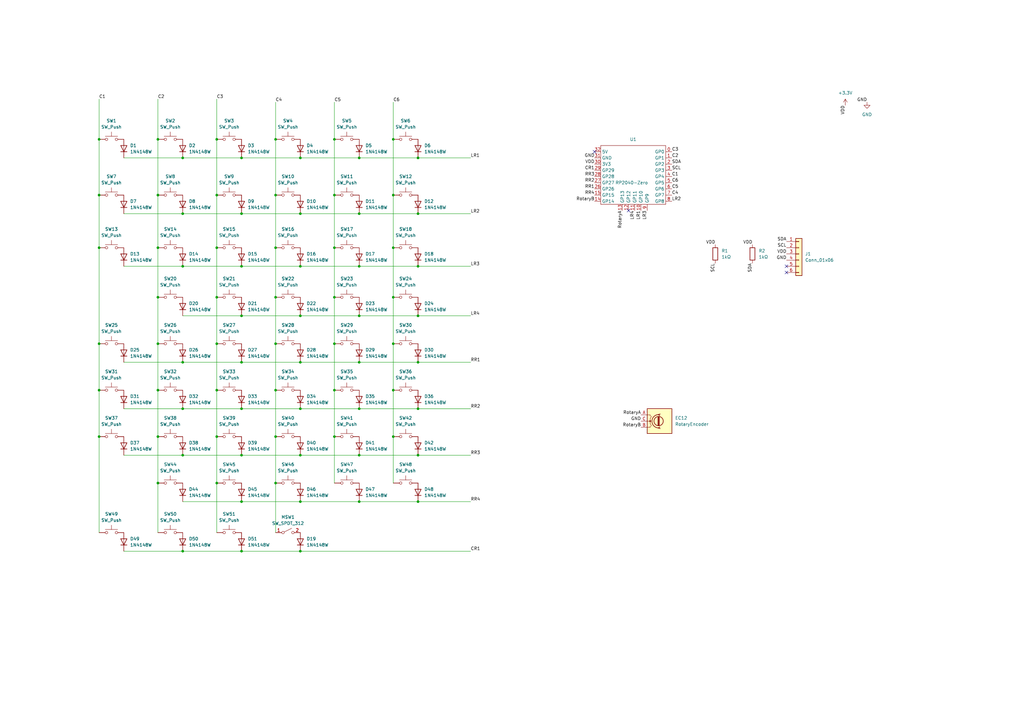
<source format=kicad_sch>
(kicad_sch (version 20231120) (generator "eeschema") (generator_version "8.0")
  (paper "A3")
  (lib_symbols
    (symbol "Connector_Generic:Conn_01x06" (pin_names (offset 1.016) hide)
      (property "Reference" "J" (at 0 7.62 0))
      (property "Value" "Conn_01x06" (at 0 -10.16 0))
      (symbol "Conn_01x06_1_1"
        (rectangle (start -1.27 -7.493) (end 0 -7.747) (stroke (width 0.1524)))
        (rectangle (start -1.27 -4.953) (end 0 -5.207) (stroke (width 0.1524)))
        (rectangle (start -1.27 -2.413) (end 0 -2.667) (stroke (width 0.1524)))
        (rectangle (start -1.27 0.127) (end 0 -0.127) (stroke (width 0.1524)))
        (rectangle (start -1.27 2.667) (end 0 2.413) (stroke (width 0.1524)))
        (rectangle (start -1.27 5.207) (end 0 4.953) (stroke (width 0.1524)))
        (rectangle (start -1.27 6.35) (end 1.27 -8.89) (stroke (width 0.254)) (fill (type background)))
        (pin passive line (at -5.08 5.08 0) (length 3.81) (name "Pin_1") (number "1"))
        (pin passive line (at -5.08 2.54 0) (length 3.81) (name "Pin_2") (number "2"))
        (pin passive line (at -5.08 0 0) (length 3.81) (name "Pin_3") (number "3"))
        (pin passive line (at -5.08 -2.54 0) (length 3.81) (name "Pin_4") (number "4"))
        (pin passive line (at -5.08 -5.08 0) (length 3.81) (name "Pin_5") (number "5"))
        (pin passive line (at -5.08 -7.62 0) (length 3.81) (name "Pin_6") (number "6"))
      )
    )
    (symbol "Device:R" (pin_numbers hide) (pin_names (offset 0))
      (property "Reference" "R" (at 2.032 0 90))
      (property "Value" "R" (at 0 0 90))
      (symbol "R_0_1"
        (rectangle (start -1.016 -2.54) (end 1.016 2.54) (stroke (width 0.254)))
      )
      (symbol "R_1_1"
        (pin passive line (at 0 3.81 270) (length 1.27) (name "~") (number "1"))
        (pin passive line (at 0 -3.81 90) (length 1.27) (name "~") (number "2"))
      )
    )
    (symbol "Device:RotaryEncoder" (pin_names (offset 0.254) hide)
      (property "Reference" "SW" (at 0 6.604 0))
      (property "Value" "RotaryEncoder" (at 0 -6.604 0))
      (symbol "RotaryEncoder_0_1"
        (rectangle (start -5.08 5.08) (end 5.08 -5.08) (stroke (width 0.254)) (fill (type background)))
        (circle (center -3.81 0) (radius 0.254) (fill (type outline)))
        (circle (center -0.381 0) (radius 1.905) (stroke (width 0.254)))
        (arc (start -0.381 2.667) (mid -3.0988 -0.0635) (end -0.381 -2.794) (stroke (width 0.254)))
        (polyline (pts (xy -0.635 -1.778) (xy -0.635 1.778)) (stroke (width 0.254)))
        (polyline (pts (xy -0.381 -1.778) (xy -0.381 1.778)) (stroke (width 0.254)))
        (polyline (pts (xy -0.127 1.778) (xy -0.127 -1.778)) (stroke (width 0.254)))
        (polyline (pts (xy -5.08 -2.54) (xy -3.81 -2.54) (xy -3.81 -2.032)))
        (polyline (pts (xy -5.08 2.54) (xy -3.81 2.54) (xy -3.81 2.032)))
        (polyline (pts (xy 0.254 -3.048) (xy -0.508 -2.794) (xy 0.127 -2.413)) (stroke (width 0.254)))
        (polyline (pts (xy 0.254 2.921) (xy -0.508 2.667) (xy 0.127 2.286)) (stroke (width 0.254)))
        (polyline (pts (xy -5.08 0) (xy -3.81 0) (xy -3.81 -1.016) (xy -3.302 -2.032)))
        (polyline (pts (xy -4.318 0) (xy -3.81 0) (xy -3.81 1.016) (xy -3.302 2.032)))
      )
      (symbol "RotaryEncoder_1_1"
        (pin passive line (at -7.62 2.54 0) (length 2.54) (name "A") (number "A"))
        (pin passive line (at -7.62 -2.54 0) (length 2.54) (name "B") (number "B"))
        (pin passive line (at -7.62 0 0) (length 2.54) (name "C") (number "C"))
      )
    )
    (symbol "Diode:1N4148W" (pin_numbers hide) (pin_names hide)
      (property "Reference" "D" (at 0 2.54 0))
      (property "Value" "1N4148W" (at 0 -2.54 0))
      (symbol "1N4148W_0_1"
        (polyline (pts (xy -1.27 1.27) (xy -1.27 -1.27)) (stroke (width 0.254)))
        (polyline (pts (xy 1.27 0) (xy -1.27 0)))
        (polyline (pts (xy 1.27 1.27) (xy 1.27 -1.27) (xy -1.27 0) (xy 1.27 1.27)) (stroke (width 0.254)))
      )
      (symbol "1N4148W_1_1"
        (pin passive line (at -3.81 0 0) (length 2.54) (name "K") (number "1"))
        (pin passive line (at 3.81 0 180) (length 2.54) (name "A") (number "2"))
      )
    )
    (symbol "Switch:SW_Push" (pin_numbers hide) (pin_names (offset 1.016) hide)
      (property "Reference" "SW" (at 1.27 2.54 0))
      (property "Value" "SW_Push" (at 0 -1.524 0))
      (symbol "SW_Push_0_1"
        (circle (center -2.032 0) (radius 0.508))
        (polyline (pts (xy 0 1.27) (xy 0 3.048)))
        (polyline (pts (xy 2.54 1.27) (xy -2.54 1.27)))
        (circle (center 2.032 0) (radius 0.508))
        (pin passive line (at -5.08 0 0) (length 2.54) (name "1") (number "1"))
        (pin passive line (at 5.08 0 180) (length 2.54) (name "2") (number "2"))
      )
    )
    (symbol "Switch:SW_SPST" (pin_names (offset 0) hide)
      (property "Reference" "SW" (at 0 3.175 0))
      (property "Value" "SW_SPST" (at 0 -2.54 0))
      (symbol "SW_SPST_0_0"
        (circle (center -2.032 0) (radius 0.508))
        (polyline (pts (xy -1.524 0.254) (xy 1.524 1.778)))
        (circle (center 2.032 0) (radius 0.508))
      )
      (symbol "SW_SPST_1_1"
        (pin passive line (at -5.08 0 0) (length 2.54) (name "A") (number "1"))
        (pin passive line (at 5.08 0 180) (length 2.54) (name "B") (number "2"))
      )
    )
    (symbol "keyboard:RP2040-zero"
      (property "Reference" "U" (at 0 0 0))
      (symbol "RP2040-zero_0_1"
        (rectangle (start -13.97 11.43) (end 12.7 -12.7))
      )
      (symbol "RP2040-zero_1_1"
        (pin passive line (at 15.24 8.89 180) (length 2.54) (name "GP0") (number "0"))
        (pin passive line (at 15.24 6.35 180) (length 2.54) (name "GP1") (number "1"))
        (pin passive line (at 2.54 -15.24 90) (length 2.54) (name "GP10") (number "10"))
        (pin passive line (at 0 -15.24 90) (length 2.54) (name "GP11") (number "11"))
        (pin passive line (at -2.54 -15.24 90) (length 2.54) (name "GP12") (number "12"))
        (pin passive line (at -5.08 -15.24 90) (length 2.54) (name "GP13") (number "13"))
        (pin passive line (at -16.51 -11.43 0) (length 2.54) (name "GP14") (number "14"))
        (pin passive line (at -16.51 -8.89 0) (length 2.54) (name "GP15") (number "15"))
        (pin passive line (at 15.24 3.81 180) (length 2.54) (name "GP2") (number "2"))
        (pin passive line (at -16.51 -6.35 0) (length 2.54) (name "GP26") (number "26"))
        (pin passive line (at -16.51 -3.81 0) (length 2.54) (name "GP27") (number "27"))
        (pin passive line (at -16.51 -1.27 0) (length 2.54) (name "GP28") (number "28"))
        (pin passive line (at -16.51 1.27 0) (length 2.54) (name "GP29") (number "29"))
        (pin passive line (at 15.24 1.27 180) (length 2.54) (name "GP3") (number "3"))
        (pin power_out line (at -16.51 3.81 0) (length 2.54) (name "3V3") (number "30"))
        (pin power_out line (at -16.51 6.35 0) (length 2.54) (name "GND") (number "31"))
        (pin power_out line (at -16.51 8.89 0) (length 2.54) (name "5V") (number "32"))
        (pin passive line (at 15.24 -1.27 180) (length 2.54) (name "GP4") (number "4"))
        (pin passive line (at 15.24 -3.81 180) (length 2.54) (name "GP5") (number "5"))
        (pin passive line (at 15.24 -6.35 180) (length 2.54) (name "GP6") (number "6"))
        (pin passive line (at 15.24 -8.89 180) (length 2.54) (name "GP7") (number "7"))
        (pin passive line (at 15.24 -11.43 180) (length 2.54) (name "GP8") (number "8"))
        (pin passive line (at 5.08 -15.24 90) (length 2.54) (name "GP9") (number "9"))
      )
    )
    (symbol "power:+3.3V" (power) (pin_names (offset 0))
      (property "Value" "+3.3V" (at 0 3.556 0))
      (symbol "+3.3V_0_1"
        (polyline (pts (xy -0.762 1.27) (xy 0 2.54)))
        (polyline (pts (xy 0 0) (xy 0 2.54)))
        (polyline (pts (xy 0 2.54) (xy 0.762 1.27)))
      )
      (symbol "+3.3V_1_1"
        (pin power_in line (at 0 0 90) (length 0) hide (name "+3.3V") (number "1"))
      )
    )
    (symbol "power:GND" (power) (pin_names (offset 0))
      (property "Value" "GND" (at 0 -3.81 0))
      (symbol "GND_0_1"
        (polyline (pts (xy 0 0) (xy 0 -1.27) (xy 1.27 -1.27) (xy 0 -2.54) (xy -1.27 -1.27) (xy 0 -1.27)))
      )
      (symbol "GND_1_1"
        (pin power_in line (at 0 0 270) (length 0) hide (name "GND") (number "1"))
      )
    )
  )
  (junction (at 40.64 57.15))
  (junction (at 147.32 205.74))
  (junction (at 147.32 64.77))
  (junction (at 113.03 179.07))
  (junction (at 64.77 179.07))
  (junction (at 99.06 64.77))
  (junction (at 113.03 57.15))
  (junction (at 99.06 226.06))
  (junction (at 88.9 179.07))
  (junction (at 99.06 148.59))
  (junction (at 40.64 160.02))
  (junction (at 123.19 167.64))
  (junction (at 147.32 186.69))
  (junction (at 161.29 160.02))
  (junction (at 99.06 87.63))
  (junction (at 161.29 57.15))
  (junction (at 113.03 160.02))
  (junction (at 40.64 80.01))
  (junction (at 74.93 109.22))
  (junction (at 113.03 198.12))
  (junction (at 74.93 87.63))
  (junction (at 161.29 80.01))
  (junction (at 99.06 167.64))
  (junction (at 74.93 186.69))
  (junction (at 171.45 109.22))
  (junction (at 147.32 129.54))
  (junction (at 161.29 101.6))
  (junction (at 161.29 179.07))
  (junction (at 123.19 87.63))
  (junction (at 99.06 186.69))
  (junction (at 171.45 167.64))
  (junction (at 113.03 121.92))
  (junction (at 123.19 205.74))
  (junction (at 137.16 160.02))
  (junction (at 147.32 109.22))
  (junction (at 147.32 148.59))
  (junction (at 171.45 205.74))
  (junction (at 123.19 226.06))
  (junction (at 74.93 226.06))
  (junction (at 137.16 179.07))
  (junction (at 40.64 101.6))
  (junction (at 137.16 140.97))
  (junction (at 64.77 101.6))
  (junction (at 88.9 57.15))
  (junction (at 64.77 121.92))
  (junction (at 123.19 148.59))
  (junction (at 88.9 121.92))
  (junction (at 99.06 129.54))
  (junction (at 137.16 101.6))
  (junction (at 64.77 57.15))
  (junction (at 137.16 121.92))
  (junction (at 161.29 121.92))
  (junction (at 123.19 186.69))
  (junction (at 88.9 140.97))
  (junction (at 74.93 167.64))
  (junction (at 40.64 140.97))
  (junction (at 74.93 64.77))
  (junction (at 88.9 160.02))
  (junction (at 88.9 101.6))
  (junction (at 64.77 198.12))
  (junction (at 161.29 140.97))
  (junction (at 64.77 140.97))
  (junction (at 113.03 140.97))
  (junction (at 113.03 101.6))
  (junction (at 171.45 87.63))
  (junction (at 64.77 80.01))
  (junction (at 171.45 186.69))
  (junction (at 88.9 198.12))
  (junction (at 88.9 80.01))
  (junction (at 123.19 64.77))
  (junction (at 171.45 129.54))
  (junction (at 147.32 87.63))
  (junction (at 171.45 148.59))
  (junction (at 171.45 64.77))
  (junction (at 40.64 179.07))
  (junction (at 74.93 148.59))
  (junction (at 99.06 109.22))
  (junction (at 123.19 129.54))
  (junction (at 147.32 167.64))
  (junction (at 99.06 205.74))
  (junction (at 123.19 109.22))
  (junction (at 137.16 57.15))
  (junction (at 137.16 80.01))
  (junction (at 113.03 80.01))
  (junction (at 64.77 160.02))
  (no_connect (at 322.58 109.22))
  (no_connect (at 322.58 111.76))
  (no_connect (at 257.81 86.36))
  (no_connect (at 243.84 62.23))
  (wire (pts (xy 147.32 167.64) (xy 171.45 167.64)))
  (wire (pts (xy 64.77 179.07) (xy 64.77 198.12)))
  (wire (pts (xy 88.9 179.07) (xy 88.9 198.12)))
  (wire (pts (xy 50.8 87.63) (xy 74.93 87.63)))
  (wire (pts (xy 137.16 41.91) (xy 137.16 57.15)))
  (wire (pts (xy 171.45 148.59) (xy 193.04 148.59)))
  (wire (pts (xy 88.9 121.92) (xy 88.9 140.97)))
  (wire (pts (xy 40.64 57.15) (xy 40.64 80.01)))
  (wire (pts (xy 147.32 186.69) (xy 171.45 186.69)))
  (wire (pts (xy 161.29 57.15) (xy 161.29 80.01)))
  (wire (pts (xy 137.16 101.6) (xy 137.16 121.92)))
  (wire (pts (xy 171.45 186.69) (xy 193.04 186.69)))
  (wire (pts (xy 64.77 101.6) (xy 64.77 121.92)))
  (wire (pts (xy 64.77 121.92) (xy 64.77 140.97)))
  (wire (pts (xy 161.29 140.97) (xy 161.29 160.02)))
  (wire (pts (xy 171.45 205.74) (xy 193.04 205.74)))
  (wire (pts (xy 74.93 167.64) (xy 99.06 167.64)))
  (wire (pts (xy 99.06 148.59) (xy 123.19 148.59)))
  (wire (pts (xy 74.93 205.74) (xy 99.06 205.74)))
  (wire (pts (xy 50.8 186.69) (xy 74.93 186.69)))
  (wire (pts (xy 113.03 160.02) (xy 113.03 179.07)))
  (wire (pts (xy 113.03 80.01) (xy 113.03 101.6)))
  (wire (pts (xy 113.03 41.91) (xy 113.03 57.15)))
  (wire (pts (xy 137.16 121.92) (xy 137.16 140.97)))
  (wire (pts (xy 171.45 109.22) (xy 193.04 109.22)))
  (wire (pts (xy 88.9 40.64) (xy 88.9 57.15)))
  (wire (pts (xy 113.03 140.97) (xy 113.03 160.02)))
  (wire (pts (xy 123.19 129.54) (xy 147.32 129.54)))
  (wire (pts (xy 74.93 129.54) (xy 99.06 129.54)))
  (wire (pts (xy 99.06 226.06) (xy 123.19 226.06)))
  (wire (pts (xy 137.16 179.07) (xy 137.16 198.12)))
  (wire (pts (xy 147.32 64.77) (xy 171.45 64.77)))
  (wire (pts (xy 40.64 40.64) (xy 40.64 57.15)))
  (wire (pts (xy 74.93 109.22) (xy 99.06 109.22)))
  (wire (pts (xy 88.9 80.01) (xy 88.9 101.6)))
  (wire (pts (xy 123.19 87.63) (xy 147.32 87.63)))
  (wire (pts (xy 113.03 198.12) (xy 113.03 218.44)))
  (wire (pts (xy 74.93 226.06) (xy 99.06 226.06)))
  (wire (pts (xy 161.29 101.6) (xy 161.29 121.92)))
  (wire (pts (xy 50.8 64.77) (xy 74.93 64.77)))
  (wire (pts (xy 161.29 41.91) (xy 161.29 57.15)))
  (wire (pts (xy 40.64 80.01) (xy 40.64 101.6)))
  (wire (pts (xy 123.19 205.74) (xy 147.32 205.74)))
  (wire (pts (xy 171.45 87.63) (xy 193.04 87.63)))
  (wire (pts (xy 123.19 64.77) (xy 147.32 64.77)))
  (wire (pts (xy 88.9 198.12) (xy 88.9 218.44)))
  (wire (pts (xy 64.77 198.12) (xy 64.77 218.44)))
  (wire (pts (xy 74.93 64.77) (xy 99.06 64.77)))
  (wire (pts (xy 123.19 148.59) (xy 147.32 148.59)))
  (wire (pts (xy 147.32 87.63) (xy 171.45 87.63)))
  (wire (pts (xy 161.29 121.92) (xy 161.29 140.97)))
  (wire (pts (xy 40.64 160.02) (xy 40.64 179.07)))
  (wire (pts (xy 40.64 179.07) (xy 40.64 218.44)))
  (wire (pts (xy 88.9 140.97) (xy 88.9 160.02)))
  (wire (pts (xy 64.77 40.64) (xy 64.77 57.15)))
  (wire (pts (xy 113.03 57.15) (xy 113.03 80.01)))
  (wire (pts (xy 147.32 129.54) (xy 171.45 129.54)))
  (wire (pts (xy 64.77 80.01) (xy 64.77 101.6)))
  (wire (pts (xy 137.16 57.15) (xy 137.16 80.01)))
  (wire (pts (xy 137.16 160.02) (xy 137.16 179.07)))
  (wire (pts (xy 123.19 226.06) (xy 193.04 226.06)))
  (wire (pts (xy 171.45 64.77) (xy 193.04 64.77)))
  (wire (pts (xy 64.77 160.02) (xy 64.77 179.07)))
  (wire (pts (xy 113.03 179.07) (xy 113.03 198.12)))
  (wire (pts (xy 161.29 179.07) (xy 161.29 198.12)))
  (wire (pts (xy 123.19 109.22) (xy 147.32 109.22)))
  (wire (pts (xy 64.77 57.15) (xy 64.77 80.01)))
  (wire (pts (xy 113.03 101.6) (xy 113.03 121.92)))
  (wire (pts (xy 171.45 167.64) (xy 193.04 167.64)))
  (wire (pts (xy 99.06 109.22) (xy 123.19 109.22)))
  (wire (pts (xy 99.06 87.63) (xy 123.19 87.63)))
  (wire (pts (xy 171.45 129.54) (xy 193.04 129.54)))
  (wire (pts (xy 123.19 186.69) (xy 147.32 186.69)))
  (wire (pts (xy 99.06 167.64) (xy 123.19 167.64)))
  (wire (pts (xy 99.06 64.77) (xy 123.19 64.77)))
  (wire (pts (xy 50.8 226.06) (xy 74.93 226.06)))
  (wire (pts (xy 137.16 80.01) (xy 137.16 101.6)))
  (wire (pts (xy 123.19 167.64) (xy 147.32 167.64)))
  (wire (pts (xy 50.8 167.64) (xy 74.93 167.64)))
  (wire (pts (xy 161.29 160.02) (xy 161.29 179.07)))
  (wire (pts (xy 147.32 205.74) (xy 171.45 205.74)))
  (wire (pts (xy 88.9 160.02) (xy 88.9 179.07)))
  (wire (pts (xy 88.9 101.6) (xy 88.9 121.92)))
  (wire (pts (xy 64.77 140.97) (xy 64.77 160.02)))
  (wire (pts (xy 40.64 101.6) (xy 40.64 140.97)))
  (wire (pts (xy 137.16 140.97) (xy 137.16 160.02)))
  (wire (pts (xy 50.8 148.59) (xy 74.93 148.59)))
  (wire (pts (xy 88.9 57.15) (xy 88.9 80.01)))
  (wire (pts (xy 113.03 121.92) (xy 113.03 140.97)))
  (wire (pts (xy 161.29 80.01) (xy 161.29 101.6)))
  (wire (pts (xy 99.06 186.69) (xy 123.19 186.69)))
  (wire (pts (xy 74.93 148.59) (xy 99.06 148.59)))
  (wire (pts (xy 147.32 109.22) (xy 171.45 109.22)))
  (wire (pts (xy 40.64 140.97) (xy 40.64 160.02)))
  (wire (pts (xy 99.06 129.54) (xy 123.19 129.54)))
  (wire (pts (xy 50.8 109.22) (xy 74.93 109.22)))
  (wire (pts (xy 99.06 205.74) (xy 123.19 205.74)))
  (wire (pts (xy 147.32 148.59) (xy 171.45 148.59)))
  (wire (pts (xy 74.93 87.63) (xy 99.06 87.63)))
  (wire (pts (xy 74.93 186.69) (xy 99.06 186.69)))
  (label "LR2" (at 275.59 82.55 0))
  (label "SCL" (at 293.37 107.95 270))
  (label "GND" (at 243.84 64.77 180))
  (label "LR1" (at 193.04 64.77 0))
  (label "LR3" (at 193.04 109.22 0))
  (label "CR1" (at 193.04 226.06 0))
  (label "RR3" (at 243.84 72.39 180))
  (label "C1" (at 40.64 40.64 0))
  (label "GND" (at 322.58 106.68 180))
  (label "LR4" (at 193.04 129.54 0))
  (label "RR2" (at 193.04 167.64 0))
  (label "SDA" (at 275.59 67.31 0))
  (label "VDD" (at 322.58 104.14 180))
  (label "RR3" (at 193.04 186.69 0))
  (label "RotaryA" (at 262.89 170.18 180))
  (label "SDA" (at 308.61 107.95 270))
  (label "C6" (at 161.29 41.91 0))
  (label "C2" (at 64.77 40.64 0))
  (label "RotaryB" (at 262.89 175.26 180))
  (label "LR4" (at 260.35 86.36 270))
  (label "CR1" (at 243.84 69.85 180))
  (label "LR2" (at 193.04 87.63 0))
  (label "SDA" (at 322.58 99.06 180))
  (label "RR4" (at 193.04 205.74 0))
  (label "RR1" (at 243.84 77.47 180))
  (label "C3" (at 88.9 40.64 0))
  (label "C4" (at 275.59 80.01 0))
  (label "RotaryB" (at 243.84 82.55 180))
  (label "RR2" (at 243.84 74.93 180))
  (label "RotaryA" (at 255.27 86.36 270))
  (label "C2" (at 275.59 64.77 0))
  (label "LR3" (at 265.43 86.36 270))
  (label "C1" (at 275.59 72.39 0))
  (label "C5" (at 275.59 77.47 0))
  (label "C3" (at 275.59 62.23 0))
  (label "GND" (at 262.89 172.72 180))
  (label "RR1" (at 193.04 148.59 0))
  (label "LR1" (at 262.89 86.36 270))
  (label "VDD" (at 243.84 67.31 180))
  (label "VDD" (at 308.61 100.33 180))
  (label "C6" (at 275.59 74.93 0))
  (label "GND" (at 355.6 41.91 180))
  (label "SCL" (at 275.59 69.85 0))
  (label "SCL" (at 322.58 101.6 180))
  (label "RR4" (at 243.84 80.01 180))
  (label "C4" (at 113.03 41.91 0))
  (label "VDD" (at 293.37 100.33 180))
  (label "C5" (at 137.16 41.91 0))
  (label "VDD" (at 346.71 43.18 270))
  (symbol (lib_id "Diode:1N4148W") (at 123.19 163.83 90) (unit 1)
    (property "Reference" "D34" (at 125.73 162.56 90) (effects (justify right)))
    (property "Value" "1N4148W" (at 125.73 165.1 90) (effects (justify right)))
    (property "Footprint" "Diode_SMD:D_SOD-123" (effects (hide yes)))
    (property "Datasheet" "https://www.vishay.com/docs/85748/1n4148w.pdf" (effects (hide yes)))
    (property "Sim.Device" "D" (effects (hide yes)))
    (property "Sim.Pins" "1=K 2=A" (effects (hide yes)))
  )
  (symbol (lib_id "Switch:SW_Push") (at 69.85 218.44 0) (unit 1)
    (property "Reference" "SW50" (at 69.85 210.82 0))
    (property "Value" "SW_Push" (at 69.85 213.36 0))
    (property "Footprint" "keyboard:Choc_Socket-flex-drill_top" (effects (hide yes)))
  )
  (symbol (lib_id "Switch:SW_Push") (at 166.37 121.92 0) (unit 1)
    (property "Reference" "SW24" (at 166.37 114.3 0))
    (property "Value" "SW_Push" (at 166.37 116.84 0))
    (property "Footprint" "keyboard:Choc_Socket-flex-drill_top" (effects (hide yes)))
  )
  (symbol (lib_id "Device:RotaryEncoder") (at 270.51 172.72 0) (unit 1)
    (property "Reference" "EC12" (at 276.86 171.4499 0) (effects (justify left)))
    (property "Value" "RotaryEncoder" (at 276.86 173.9899 0) (effects (justify left)))
    (property "Footprint" "Rotary_Encoder:RotaryEncoder_Alps_EC12E_Vertical_H20mm" (effects (hide yes)))
    (property "Datasheet" "https://tech.alpsalpine.com/j/products/detail/EC10E1220505/" (effects (hide yes)))
    (property "Description" "Rotary encoder, dual channel, incremental quadrate outputs" (effects (hide yes)))
  )
  (symbol (lib_id "Diode:1N4148W") (at 99.06 83.82 90) (unit 1)
    (property "Reference" "D9" (at 101.6 82.55 90) (effects (justify right)))
    (property "Value" "1N4148W" (at 101.6 85.09 90) (effects (justify right)))
    (property "Footprint" "Diode_SMD:D_SOD-123" (effects (hide yes)))
    (property "Datasheet" "https://www.vishay.com/docs/85748/1n4148w.pdf" (effects (hide yes)))
    (property "Sim.Device" "D" (effects (hide yes)))
    (property "Sim.Pins" "1=K 2=A" (effects (hide yes)))
  )
  (symbol (lib_id "Device:R") (at 308.61 104.14 0) (unit 1)
    (property "Reference" "R2" (at 311.15 102.87 0) (effects (justify left)))
    (property "Value" "1kΩ" (at 311.15 105.41 0) (effects (justify left)))
    (property "Footprint" "Resistor_SMD:R_0603_1608Metric" (effects (hide yes)))
  )
  (symbol (lib_id "Switch:SW_Push") (at 118.11 198.12 0) (unit 1)
    (property "Reference" "SW46" (at 118.11 190.5 0))
    (property "Value" "SW_Push" (at 118.11 193.04 0))
    (property "Footprint" "keyboard:Choc_Socket-flex-drill_top" (effects (hide yes)))
  )
  (symbol (lib_id "Diode:1N4148W") (at 74.93 60.96 90) (unit 1)
    (property "Reference" "D2" (at 77.47 59.69 90) (effects (justify right)))
    (property "Value" "1N4148W" (at 77.47 62.23 90) (effects (justify right)))
    (property "Footprint" "Diode_SMD:D_SOD-123" (effects (hide yes)))
    (property "Datasheet" "https://www.vishay.com/docs/85748/1n4148w.pdf" (effects (hide yes)))
    (property "Sim.Device" "D" (effects (hide yes)))
    (property "Sim.Pins" "1=K 2=A" (effects (hide yes)))
  )
  (symbol (lib_id "Switch:SW_Push") (at 93.98 140.97 0) (unit 1)
    (property "Reference" "SW27" (at 93.98 133.35 0))
    (property "Value" "SW_Push" (at 93.98 135.89 0))
    (property "Footprint" "keyboard:Choc_Socket-flex-drill_top" (effects (hide yes)))
  )
  (symbol (lib_id "Diode:1N4148W") (at 99.06 182.88 90) (unit 1)
    (property "Reference" "D39" (at 101.6 181.61 90) (effects (justify right)))
    (property "Value" "1N4148W" (at 101.6 184.15 90) (effects (justify right)))
    (property "Footprint" "Diode_SMD:D_SOD-123" (effects (hide yes)))
    (property "Datasheet" "https://www.vishay.com/docs/85748/1n4148w.pdf" (effects (hide yes)))
    (property "Sim.Device" "D" (effects (hide yes)))
    (property "Sim.Pins" "1=K 2=A" (effects (hide yes)))
  )
  (symbol (lib_id "Switch:SW_Push") (at 93.98 160.02 0) (unit 1)
    (property "Reference" "SW33" (at 93.98 152.4 0))
    (property "Value" "SW_Push" (at 93.98 154.94 0))
    (property "Footprint" "keyboard:Choc_Socket-flex-drill" (effects (hide yes)))
  )
  (symbol (lib_id "Diode:1N4148W") (at 147.32 125.73 90) (unit 1)
    (property "Reference" "D23" (at 149.86 124.46 90) (effects (justify right)))
    (property "Value" "1N4148W" (at 149.86 127 90) (effects (justify right)))
    (property "Footprint" "Diode_SMD:D_SOD-123" (effects (hide yes)))
    (property "Datasheet" "https://www.vishay.com/docs/85748/1n4148w.pdf" (effects (hide yes)))
    (property "Sim.Device" "D" (effects (hide yes)))
    (property "Sim.Pins" "1=K 2=A" (effects (hide yes)))
  )
  (symbol (lib_id "Switch:SW_Push") (at 118.11 80.01 0) (unit 1)
    (property "Reference" "SW10" (at 118.11 72.39 0))
    (property "Value" "SW_Push" (at 118.11 74.93 0))
    (property "Footprint" "keyboard:Choc_Socket-flex-drill" (effects (hide yes)))
  )
  (symbol (lib_id "Switch:SW_Push") (at 166.37 179.07 0) (unit 1)
    (property "Reference" "SW42" (at 166.37 171.45 0))
    (property "Value" "SW_Push" (at 166.37 173.99 0))
    (property "Footprint" "keyboard:Choc_Socket-flex-drill_bottom" (effects (hide yes)))
  )
  (symbol (lib_id "Diode:1N4148W") (at 147.32 105.41 90) (unit 1)
    (property "Reference" "D17" (at 149.86 104.14 90) (effects (justify right)))
    (property "Value" "1N4148W" (at 149.86 106.68 90) (effects (justify right)))
    (property "Footprint" "Diode_SMD:D_SOD-123" (effects (hide yes)))
    (property "Datasheet" "https://www.vishay.com/docs/85748/1n4148w.pdf" (effects (hide yes)))
    (property "Sim.Device" "D" (effects (hide yes)))
    (property "Sim.Pins" "1=K 2=A" (effects (hide yes)))
  )
  (symbol (lib_id "Diode:1N4148W") (at 50.8 144.78 90) (unit 1)
    (property "Reference" "D25" (at 53.34 143.51 90) (effects (justify right)))
    (property "Value" "1N4148W" (at 53.34 146.05 90) (effects (justify right)))
    (property "Footprint" "Diode_SMD:D_SOD-123" (effects (hide yes)))
    (property "Datasheet" "https://www.vishay.com/docs/85748/1n4148w.pdf" (effects (hide yes)))
    (property "Sim.Device" "D" (effects (hide yes)))
    (property "Sim.Pins" "1=K 2=A" (effects (hide yes)))
  )
  (symbol (lib_id "Diode:1N4148W") (at 147.32 144.78 90) (unit 1)
    (property "Reference" "D29" (at 149.86 143.51 90) (effects (justify right)))
    (property "Value" "1N4148W" (at 149.86 146.05 90) (effects (justify right)))
    (property "Footprint" "Diode_SMD:D_SOD-123" (effects (hide yes)))
    (property "Datasheet" "https://www.vishay.com/docs/85748/1n4148w.pdf" (effects (hide yes)))
    (property "Sim.Device" "D" (effects (hide yes)))
    (property "Sim.Pins" "1=K 2=A" (effects (hide yes)))
  )
  (symbol (lib_id "Switch:SW_Push") (at 166.37 57.15 0) (unit 1)
    (property "Reference" "SW6" (at 166.37 49.53 0))
    (property "Value" "SW_Push" (at 166.37 52.07 0))
    (property "Footprint" "keyboard:Choc_Socket-flex-drill_top" (effects (hide yes)))
  )
  (symbol (lib_id "Switch:SW_Push") (at 93.98 101.6 0) (unit 1)
    (property "Reference" "SW15" (at 93.98 93.98 0))
    (property "Value" "SW_Push" (at 93.98 96.52 0))
    (property "Footprint" "keyboard:Choc_Socket-flex-drill" (effects (hide yes)))
  )
  (symbol (lib_id "Diode:1N4148W") (at 74.93 222.25 90) (unit 1)
    (property "Reference" "D50" (at 77.47 220.98 90) (effects (justify right)))
    (property "Value" "1N4148W" (at 77.47 223.52 90) (effects (justify right)))
    (property "Footprint" "Diode_SMD:D_SOD-123" (effects (hide yes)))
    (property "Datasheet" "https://www.vishay.com/docs/85748/1n4148w.pdf" (effects (hide yes)))
    (property "Sim.Device" "D" (effects (hide yes)))
    (property "Sim.Pins" "1=K 2=A" (effects (hide yes)))
  )
  (symbol (lib_id "Diode:1N4148W") (at 74.93 182.88 90) (unit 1)
    (property "Reference" "D38" (at 77.47 181.61 90) (effects (justify right)))
    (property "Value" "1N4148W" (at 77.47 184.15 90) (effects (justify right)))
    (property "Footprint" "Diode_SMD:D_SOD-123" (effects (hide yes)))
    (property "Datasheet" "https://www.vishay.com/docs/85748/1n4148w.pdf" (effects (hide yes)))
    (property "Sim.Device" "D" (effects (hide yes)))
    (property "Sim.Pins" "1=K 2=A" (effects (hide yes)))
  )
  (symbol (lib_id "Diode:1N4148W") (at 99.06 125.73 90) (unit 1)
    (property "Reference" "D21" (at 101.6 124.46 90) (effects (justify right)))
    (property "Value" "1N4148W" (at 101.6 127 90) (effects (justify right)))
    (property "Footprint" "Diode_SMD:D_SOD-123" (effects (hide yes)))
    (property "Datasheet" "https://www.vishay.com/docs/85748/1n4148w.pdf" (effects (hide yes)))
    (property "Sim.Device" "D" (effects (hide yes)))
    (property "Sim.Pins" "1=K 2=A" (effects (hide yes)))
  )
  (symbol (lib_id "Switch:SW_Push") (at 142.24 198.12 0) (unit 1)
    (property "Reference" "SW47" (at 142.24 190.5 0))
    (property "Value" "SW_Push" (at 142.24 193.04 0))
    (property "Footprint" "keyboard:Choc_Socket-flex-drill_top" (effects (hide yes)))
  )
  (symbol (lib_id "Diode:1N4148W") (at 171.45 182.88 90) (unit 1)
    (property "Reference" "D42" (at 173.99 181.61 90) (effects (justify right)))
    (property "Value" "1N4148W" (at 173.99 184.15 90) (effects (justify right)))
    (property "Footprint" "Diode_SMD:D_SOD-123" (effects (hide yes)))
    (property "Datasheet" "https://www.vishay.com/docs/85748/1n4148w.pdf" (effects (hide yes)))
    (property "Sim.Device" "D" (effects (hide yes)))
    (property "Sim.Pins" "1=K 2=A" (effects (hide yes)))
  )
  (symbol (lib_id "Switch:SW_Push") (at 45.72 160.02 0) (unit 1)
    (property "Reference" "SW31" (at 45.72 152.4 0))
    (property "Value" "SW_Push" (at 45.72 154.94 0))
    (property "Footprint" "keyboard:Choc_Socket-flex-drill" (effects (hide yes)))
  )
  (symbol (lib_id "Diode:1N4148W") (at 99.06 105.41 90) (unit 1)
    (property "Reference" "D15" (at 101.6 104.14 90) (effects (justify right)))
    (property "Value" "1N4148W" (at 101.6 106.68 90) (effects (justify right)))
    (property "Footprint" "Diode_SMD:D_SOD-123" (effects (hide yes)))
    (property "Datasheet" "https://www.vishay.com/docs/85748/1n4148w.pdf" (effects (hide yes)))
    (property "Sim.Device" "D" (effects (hide yes)))
    (property "Sim.Pins" "1=K 2=A" (effects (hide yes)))
  )
  (symbol (lib_id "Switch:SW_SPST") (at 118.11 218.44 0) (unit 1)
    (property "Reference" "MSW1" (at 118.11 212.09 0))
    (property "Value" "SW_SPDT_312" (at 118.11 214.63 0))
    (property "Footprint" "keyboard:MicroSwitch" (effects (hide yes)))
    (property "Description" "Single Pole Single Throw (SPST) switch" (effects (hide yes)))
    (property "Part Name" "D2F-01FL2-A" (effects (hide yes)))
  )
  (symbol (lib_id "Switch:SW_Push") (at 69.85 179.07 0) (unit 1)
    (property "Reference" "SW38" (at 69.85 171.45 0))
    (property "Value" "SW_Push" (at 69.85 173.99 0))
    (property "Footprint" "keyboard:Choc_Socket-flex-drill" (effects (hide yes)))
  )
  (symbol (lib_id "Diode:1N4148W") (at 123.19 201.93 90) (unit 1)
    (property "Reference" "D46" (at 125.73 200.66 90) (effects (justify right)))
    (property "Value" "1N4148W" (at 125.73 203.2 90) (effects (justify right)))
    (property "Footprint" "Diode_SMD:D_SOD-123" (effects (hide yes)))
    (property "Datasheet" "https://www.vishay.com/docs/85748/1n4148w.pdf" (effects (hide yes)))
    (property "Sim.Device" "D" (effects (hide yes)))
    (property "Sim.Pins" "1=K 2=A" (effects (hide yes)))
  )
  (symbol (lib_id "Diode:1N4148W") (at 50.8 83.82 90) (unit 1)
    (property "Reference" "D7" (at 53.34 82.55 90) (effects (justify right)))
    (property "Value" "1N4148W" (at 53.34 85.09 90) (effects (justify right)))
    (property "Footprint" "Diode_SMD:D_SOD-123" (effects (hide yes)))
    (property "Datasheet" "https://www.vishay.com/docs/85748/1n4148w.pdf" (effects (hide yes)))
    (property "Sim.Device" "D" (effects (hide yes)))
    (property "Sim.Pins" "1=K 2=A" (effects (hide yes)))
  )
  (symbol (lib_id "keyboard:RP2040-zero") (at 260.35 71.12 0) (unit 1)
    (property "Reference" "U1" (at 259.715 57.15 0))
    (property "Value" "RP2040-Zero" (at 259.08 74.93 0))
    (property "Footprint" "keyboard:RP2040-Zero" (effects (hide yes)))
    (property "Datasheet" "https://www.waveshare.com/wiki/RP2040-Zero" (effects (hide yes)))
  )
  (symbol (lib_id "Switch:SW_Push") (at 45.72 179.07 0) (unit 1)
    (property "Reference" "SW37" (at 45.72 171.45 0))
    (property "Value" "SW_Push" (at 45.72 173.99 0))
    (property "Footprint" "keyboard:Choc_Socket-flex-drill" (effects (hide yes)))
  )
  (symbol (lib_id "Diode:1N4148W") (at 147.32 60.96 90) (unit 1)
    (property "Reference" "D5" (at 149.86 59.69 90) (effects (justify right)))
    (property "Value" "1N4148W" (at 149.86 62.23 90) (effects (justify right)))
    (property "Footprint" "Diode_SMD:D_SOD-123" (effects (hide yes)))
    (property "Datasheet" "https://www.vishay.com/docs/85748/1n4148w.pdf" (effects (hide yes)))
    (property "Sim.Device" "D" (effects (hide yes)))
    (property "Sim.Pins" "1=K 2=A" (effects (hide yes)))
  )
  (symbol (lib_id "Diode:1N4148W") (at 123.19 125.73 90) (unit 1)
    (property "Reference" "D22" (at 125.73 124.46 90) (effects (justify right)))
    (property "Value" "1N4148W" (at 125.73 127 90) (effects (justify right)))
    (property "Footprint" "Diode_SMD:D_SOD-123" (effects (hide yes)))
    (property "Datasheet" "https://www.vishay.com/docs/85748/1n4148w.pdf" (effects (hide yes)))
    (property "Sim.Device" "D" (effects (hide yes)))
    (property "Sim.Pins" "1=K 2=A" (effects (hide yes)))
  )
  (symbol (lib_id "Switch:SW_Push") (at 69.85 80.01 0) (unit 1)
    (property "Reference" "SW8" (at 69.85 72.39 0))
    (property "Value" "SW_Push" (at 69.85 74.93 0))
    (property "Footprint" "keyboard:Choc_Socket-flex-drill" (effects (hide yes)))
  )
  (symbol (lib_id "Switch:SW_Push") (at 142.24 140.97 0) (unit 1)
    (property "Reference" "SW29" (at 142.24 133.35 0))
    (property "Value" "SW_Push" (at 142.24 135.89 0))
    (property "Footprint" "keyboard:Choc_Socket-flex-drill_top" (effects (hide yes)))
  )
  (symbol (lib_id "Diode:1N4148W") (at 171.45 60.96 90) (unit 1)
    (property "Reference" "D6" (at 173.99 59.69 90) (effects (justify right)))
    (property "Value" "1N4148W" (at 173.99 62.23 90) (effects (justify right)))
    (property "Footprint" "Diode_SMD:D_SOD-123" (effects (hide yes)))
    (property "Datasheet" "https://www.vishay.com/docs/85748/1n4148w.pdf" (effects (hide yes)))
    (property "Sim.Device" "D" (effects (hide yes)))
    (property "Sim.Pins" "1=K 2=A" (effects (hide yes)))
  )
  (symbol (lib_id "Switch:SW_Push") (at 93.98 57.15 0) (unit 1)
    (property "Reference" "SW3" (at 93.98 49.53 0))
    (property "Value" "SW_Push" (at 93.98 52.07 0))
    (property "Footprint" "keyboard:Choc_Socket-flex-drill_top" (effects (hide yes)))
  )
  (symbol (lib_id "Diode:1N4148W") (at 123.19 60.96 90) (unit 1)
    (property "Reference" "D4" (at 125.73 59.69 90) (effects (justify right)))
    (property "Value" "1N4148W" (at 125.73 62.23 90) (effects (justify right)))
    (property "Footprint" "Diode_SMD:D_SOD-123" (effects (hide yes)))
    (property "Datasheet" "https://www.vishay.com/docs/85748/1n4148w.pdf" (effects (hide yes)))
    (property "Sim.Device" "D" (effects (hide yes)))
    (property "Sim.Pins" "1=K 2=A" (effects (hide yes)))
  )
  (symbol (lib_id "Diode:1N4148W") (at 99.06 144.78 90) (unit 1)
    (property "Reference" "D27" (at 101.6 143.51 90) (effects (justify right)))
    (property "Value" "1N4148W" (at 101.6 146.05 90) (effects (justify right)))
    (property "Footprint" "Diode_SMD:D_SOD-123" (effects (hide yes)))
    (property "Datasheet" "https://www.vishay.com/docs/85748/1n4148w.pdf" (effects (hide yes)))
    (property "Sim.Device" "D" (effects (hide yes)))
    (property "Sim.Pins" "1=K 2=A" (effects (hide yes)))
  )
  (symbol (lib_id "Switch:SW_Push") (at 142.24 179.07 0) (unit 1)
    (property "Reference" "SW41" (at 142.24 171.45 0))
    (property "Value" "SW_Push" (at 142.24 173.99 0))
    (property "Footprint" "keyboard:Choc_Socket-flex-drill" (effects (hide yes)))
  )
  (symbol (lib_id "Diode:1N4148W") (at 74.93 144.78 90) (unit 1)
    (property "Reference" "D26" (at 77.47 143.51 90) (effects (justify right)))
    (property "Value" "1N4148W" (at 77.47 146.05 90) (effects (justify right)))
    (property "Footprint" "Diode_SMD:D_SOD-123" (effects (hide yes)))
    (property "Datasheet" "https://www.vishay.com/docs/85748/1n4148w.pdf" (effects (hide yes)))
    (property "Sim.Device" "D" (effects (hide yes)))
    (property "Sim.Pins" "1=K 2=A" (effects (hide yes)))
  )
  (symbol (lib_id "Switch:SW_Push") (at 69.85 57.15 0) (unit 1)
    (property "Reference" "SW2" (at 69.85 49.53 0))
    (property "Value" "SW_Push" (at 69.85 52.07 0))
    (property "Footprint" "keyboard:Choc_Socket-flex-drill_top" (effects (hide yes)))
  )
  (symbol (lib_id "Diode:1N4148W") (at 147.32 201.93 90) (unit 1)
    (property "Reference" "D47" (at 149.86 200.66 90) (effects (justify right)))
    (property "Value" "1N4148W" (at 149.86 203.2 90) (effects (justify right)))
    (property "Footprint" "Diode_SMD:D_SOD-123" (effects (hide yes)))
    (property "Datasheet" "https://www.vishay.com/docs/85748/1n4148w.pdf" (effects (hide yes)))
    (property "Sim.Device" "D" (effects (hide yes)))
    (property "Sim.Pins" "1=K 2=A" (effects (hide yes)))
  )
  (symbol (lib_id "Switch:SW_Push") (at 45.72 101.6 0) (unit 1)
    (property "Reference" "SW13" (at 45.72 93.98 0))
    (property "Value" "SW_Push" (at 45.72 96.52 0))
    (property "Footprint" "keyboard:Choc_Socket-flex-drill" (effects (hide yes)))
  )
  (symbol (lib_id "Diode:1N4148W") (at 147.32 182.88 90) (unit 1)
    (property "Reference" "D41" (at 149.86 181.61 90) (effects (justify right)))
    (property "Value" "1N4148W" (at 149.86 184.15 90) (effects (justify right)))
    (property "Footprint" "Diode_SMD:D_SOD-123" (effects (hide yes)))
    (property "Datasheet" "https://www.vishay.com/docs/85748/1n4148w.pdf" (effects (hide yes)))
    (property "Sim.Device" "D" (effects (hide yes)))
    (property "Sim.Pins" "1=K 2=A" (effects (hide yes)))
  )
  (symbol (lib_id "Switch:SW_Push") (at 142.24 160.02 0) (unit 1)
    (property "Reference" "SW35" (at 142.24 152.4 0))
    (property "Value" "SW_Push" (at 142.24 154.94 0))
    (property "Footprint" "keyboard:Choc_Socket-flex-drill" (effects (hide yes)))
  )
  (symbol (lib_id "Diode:1N4148W") (at 147.32 83.82 90) (unit 1)
    (property "Reference" "D11" (at 149.86 82.55 90) (effects (justify right)))
    (property "Value" "1N4148W" (at 149.86 85.09 90) (effects (justify right)))
    (property "Footprint" "Diode_SMD:D_SOD-123" (effects (hide yes)))
    (property "Datasheet" "https://www.vishay.com/docs/85748/1n4148w.pdf" (effects (hide yes)))
    (property "Sim.Device" "D" (effects (hide yes)))
    (property "Sim.Pins" "1=K 2=A" (effects (hide yes)))
  )
  (symbol (lib_id "Diode:1N4148W") (at 123.19 182.88 90) (unit 1)
    (property "Reference" "D40" (at 125.73 181.61 90) (effects (justify right)))
    (property "Value" "1N4148W" (at 125.73 184.15 90) (effects (justify right)))
    (property "Footprint" "Diode_SMD:D_SOD-123" (effects (hide yes)))
    (property "Datasheet" "https://www.vishay.com/docs/85748/1n4148w.pdf" (effects (hide yes)))
    (property "Sim.Device" "D" (effects (hide yes)))
    (property "Sim.Pins" "1=K 2=A" (effects (hide yes)))
  )
  (symbol (lib_id "Device:R") (at 293.37 104.14 0) (unit 1)
    (property "Reference" "R1" (at 295.91 102.87 0) (effects (justify left)))
    (property "Value" "1kΩ" (at 295.91 105.41 0) (effects (justify left)))
    (property "Footprint" "Resistor_SMD:R_0603_1608Metric" (effects (hide yes)))
  )
  (symbol (lib_id "Switch:SW_Push") (at 166.37 198.12 0) (unit 1)
    (property "Reference" "SW48" (at 166.37 190.5 0))
    (property "Value" "SW_Push" (at 166.37 193.04 0))
    (property "Footprint" "keyboard:Choc_Socket-flex-drill_top" (effects (hide yes)))
  )
  (symbol (lib_id "Diode:1N4148W") (at 171.45 125.73 90) (unit 1)
    (property "Reference" "D24" (at 173.99 124.46 90) (effects (justify right)))
    (property "Value" "1N4148W" (at 173.99 127 90) (effects (justify right)))
    (property "Footprint" "Diode_SMD:D_SOD-123" (effects (hide yes)))
    (property "Datasheet" "https://www.vishay.com/docs/85748/1n4148w.pdf" (effects (hide yes)))
    (property "Sim.Device" "D" (effects (hide yes)))
    (property "Sim.Pins" "1=K 2=A" (effects (hide yes)))
  )
  (symbol (lib_id "Diode:1N4148W") (at 74.93 105.41 90) (unit 1)
    (property "Reference" "D14" (at 77.47 104.14 90) (effects (justify right)))
    (property "Value" "1N4148W" (at 77.47 106.68 90) (effects (justify right)))
    (property "Footprint" "Diode_SMD:D_SOD-123" (effects (hide yes)))
    (property "Datasheet" "https://www.vishay.com/docs/85748/1n4148w.pdf" (effects (hide yes)))
    (property "Sim.Device" "D" (effects (hide yes)))
    (property "Sim.Pins" "1=K 2=A" (effects (hide yes)))
  )
  (symbol (lib_id "Switch:SW_Push") (at 166.37 160.02 0) (unit 1)
    (property "Reference" "SW36" (at 166.37 152.4 0))
    (property "Value" "SW_Push" (at 166.37 154.94 0))
    (property "Footprint" "keyboard:Choc_Socket-flex-drill" (effects (hide yes)))
  )
  (symbol (lib_id "Switch:SW_Push") (at 142.24 57.15 0) (unit 1)
    (property "Reference" "SW5" (at 142.24 49.53 0))
    (property "Value" "SW_Push" (at 142.24 52.07 0))
    (property "Footprint" "keyboard:Choc_Socket-flex-drill_top" (effects (hide yes)))
  )
  (symbol (lib_id "power:GND") (at 355.6 41.91 0) (unit 1)
    (property "Reference" "#PWR02" (effects (hide yes)))
    (property "Value" "GND" (at 355.6 46.99 0))
  )
  (symbol (lib_id "Switch:SW_Push") (at 69.85 140.97 0) (unit 1)
    (property "Reference" "SW26" (at 69.85 133.35 0))
    (property "Value" "SW_Push" (at 69.85 135.89 0))
    (property "Footprint" "keyboard:Choc_Socket-flex-drill_top" (effects (hide yes)))
  )
  (symbol (lib_id "Diode:1N4148W") (at 123.19 144.78 90) (unit 1)
    (property "Reference" "D28" (at 125.73 143.51 90) (effects (justify right)))
    (property "Value" "1N4148W" (at 125.73 146.05 90) (effects (justify right)))
    (property "Footprint" "Diode_SMD:D_SOD-123" (effects (hide yes)))
    (property "Datasheet" "https://www.vishay.com/docs/85748/1n4148w.pdf" (effects (hide yes)))
    (property "Sim.Device" "D" (effects (hide yes)))
    (property "Sim.Pins" "1=K 2=A" (effects (hide yes)))
  )
  (symbol (lib_id "Switch:SW_Push") (at 118.11 179.07 0) (unit 1)
    (property "Reference" "SW40" (at 118.11 171.45 0))
    (property "Value" "SW_Push" (at 118.11 173.99 0))
    (property "Footprint" "keyboard:Choc_Socket-flex-drill" (effects (hide yes)))
  )
  (symbol (lib_id "Switch:SW_Push") (at 45.72 140.97 0) (unit 1)
    (property "Reference" "SW25" (at 45.72 133.35 0))
    (property "Value" "SW_Push" (at 45.72 135.89 0))
    (property "Footprint" "keyboard:Choc_Socket-flex-drill_top" (effects (hide yes)))
  )
  (symbol (lib_id "Diode:1N4148W") (at 171.45 144.78 90) (unit 1)
    (property "Reference" "D30" (at 173.99 143.51 90) (effects (justify right)))
    (property "Value" "1N4148W" (at 173.99 146.05 90) (effects (justify right)))
    (property "Footprint" "Diode_SMD:D_SOD-123" (effects (hide yes)))
    (property "Datasheet" "https://www.vishay.com/docs/85748/1n4148w.pdf" (effects (hide yes)))
    (property "Sim.Device" "D" (effects (hide yes)))
    (property "Sim.Pins" "1=K 2=A" (effects (hide yes)))
  )
  (symbol (lib_id "Switch:SW_Push") (at 69.85 121.92 0) (unit 1)
    (property "Reference" "SW20" (at 69.85 114.3 0))
    (property "Value" "SW_Push" (at 69.85 116.84 0))
    (property "Footprint" "keyboard:Choc_Socket-flex-drill_bottom" (effects (hide yes)))
  )
  (symbol (lib_id "Diode:1N4148W") (at 99.06 163.83 90) (unit 1)
    (property "Reference" "D33" (at 101.6 162.56 90) (effects (justify right)))
    (property "Value" "1N4148W" (at 101.6 165.1 90) (effects (justify right)))
    (property "Footprint" "Diode_SMD:D_SOD-123" (effects (hide yes)))
    (property "Datasheet" "https://www.vishay.com/docs/85748/1n4148w.pdf" (effects (hide yes)))
    (property "Sim.Device" "D" (effects (hide yes)))
    (property "Sim.Pins" "1=K 2=A" (effects (hide yes)))
  )
  (symbol (lib_id "Switch:SW_Push") (at 118.11 160.02 0) (unit 1)
    (property "Reference" "SW34" (at 118.11 152.4 0))
    (property "Value" "SW_Push" (at 118.11 154.94 0))
    (property "Footprint" "keyboard:Choc_Socket-flex-drill" (effects (hide yes)))
  )
  (symbol (lib_id "Diode:1N4148W") (at 50.8 163.83 90) (unit 1)
    (property "Reference" "D31" (at 53.34 162.56 90) (effects (justify right)))
    (property "Value" "1N4148W" (at 53.34 165.1 90) (effects (justify right)))
    (property "Footprint" "Diode_SMD:D_SOD-123" (effects (hide yes)))
    (property "Datasheet" "https://www.vishay.com/docs/85748/1n4148w.pdf" (effects (hide yes)))
    (property "Sim.Device" "D" (effects (hide yes)))
    (property "Sim.Pins" "1=K 2=A" (effects (hide yes)))
  )
  (symbol (lib_id "Switch:SW_Push") (at 69.85 160.02 0) (unit 1)
    (property "Reference" "SW32" (at 69.85 152.4 0))
    (property "Value" "SW_Push" (at 69.85 154.94 0))
    (property "Footprint" "keyboard:Choc_Socket-flex-drill" (effects (hide yes)))
  )
  (symbol (lib_id "Diode:1N4148W") (at 171.45 163.83 90) (unit 1)
    (property "Reference" "D36" (at 173.99 162.56 90) (effects (justify right)))
    (property "Value" "1N4148W" (at 173.99 165.1 90) (effects (justify right)))
    (property "Footprint" "Diode_SMD:D_SOD-123" (effects (hide yes)))
    (property "Datasheet" "https://www.vishay.com/docs/85748/1n4148w.pdf" (effects (hide yes)))
    (property "Sim.Device" "D" (effects (hide yes)))
    (property "Sim.Pins" "1=K 2=A" (effects (hide yes)))
  )
  (symbol (lib_id "Switch:SW_Push") (at 45.72 80.01 0) (unit 1)
    (property "Reference" "SW7" (at 45.72 72.39 0))
    (property "Value" "SW_Push" (at 45.72 74.93 0))
    (property "Footprint" "keyboard:Choc_Socket-flex-drill" (effects (hide yes)))
  )
  (symbol (lib_id "Switch:SW_Push") (at 45.72 57.15 0) (unit 1)
    (property "Reference" "SW1" (at 45.72 49.53 0))
    (property "Value" "SW_Push" (at 45.72 52.07 0))
    (property "Footprint" "keyboard:Choc_Socket-flex-drill_top" (effects (hide yes)))
  )
  (symbol (lib_id "Diode:1N4148W") (at 50.8 182.88 90) (unit 1)
    (property "Reference" "D37" (at 53.34 181.61 90) (effects (justify right)))
    (property "Value" "1N4148W" (at 53.34 184.15 90) (effects (justify right)))
    (property "Footprint" "Diode_SMD:D_SOD-123" (effects (hide yes)))
    (property "Datasheet" "https://www.vishay.com/docs/85748/1n4148w.pdf" (effects (hide yes)))
    (property "Sim.Device" "D" (effects (hide yes)))
    (property "Sim.Pins" "1=K 2=A" (effects (hide yes)))
  )
  (symbol (lib_id "Diode:1N4148W") (at 50.8 60.96 90) (unit 1)
    (property "Reference" "D1" (at 53.34 59.69 90) (effects (justify right)))
    (property "Value" "1N4148W" (at 53.34 62.23 90) (effects (justify right)))
    (property "Footprint" "Diode_SMD:D_SOD-123" (effects (hide yes)))
    (property "Datasheet" "https://www.vishay.com/docs/85748/1n4148w.pdf" (effects (hide yes)))
    (property "Sim.Device" "D" (effects (hide yes)))
    (property "Sim.Pins" "1=K 2=A" (effects (hide yes)))
  )
  (symbol (lib_id "Switch:SW_Push") (at 142.24 121.92 0) (unit 1)
    (property "Reference" "SW23" (at 142.24 114.3 0))
    (property "Value" "SW_Push" (at 142.24 116.84 0))
    (property "Footprint" "keyboard:Choc_Socket-flex-drill_top" (effects (hide yes)))
  )
  (symbol (lib_id "Diode:1N4148W") (at 147.32 163.83 90) (unit 1)
    (property "Reference" "D35" (at 149.86 162.56 90) (effects (justify right)))
    (property "Value" "1N4148W" (at 149.86 165.1 90) (effects (justify right)))
    (property "Footprint" "Diode_SMD:D_SOD-123" (effects (hide yes)))
    (property "Datasheet" "https://www.vishay.com/docs/85748/1n4148w.pdf" (effects (hide yes)))
    (property "Sim.Device" "D" (effects (hide yes)))
    (property "Sim.Pins" "1=K 2=A" (effects (hide yes)))
  )
  (symbol (lib_id "Diode:1N4148W") (at 74.93 125.73 90) (unit 1)
    (property "Reference" "D20" (at 77.47 124.46 90) (effects (justify right)))
    (property "Value" "1N4148W" (at 77.47 127 90) (effects (justify right)))
    (property "Footprint" "Diode_SMD:D_SOD-123" (effects (hide yes)))
    (property "Datasheet" "https://www.vishay.com/docs/85748/1n4148w.pdf" (effects (hide yes)))
    (property "Sim.Device" "D" (effects (hide yes)))
    (property "Sim.Pins" "1=K 2=A" (effects (hide yes)))
  )
  (symbol (lib_id "Switch:SW_Push") (at 93.98 179.07 0) (unit 1)
    (property "Reference" "SW39" (at 93.98 171.45 0))
    (property "Value" "SW_Push" (at 93.98 173.99 0))
    (property "Footprint" "keyboard:Choc_Socket-flex-drill" (effects (hide yes)))
  )
  (symbol (lib_id "Diode:1N4148W") (at 74.93 83.82 90) (unit 1)
    (property "Reference" "D8" (at 77.47 82.55 90) (effects (justify right)))
    (property "Value" "1N4148W" (at 77.47 85.09 90) (effects (justify right)))
    (property "Footprint" "Diode_SMD:D_SOD-123" (effects (hide yes)))
    (property "Datasheet" "https://www.vishay.com/docs/85748/1n4148w.pdf" (effects (hide yes)))
    (property "Sim.Device" "D" (effects (hide yes)))
    (property "Sim.Pins" "1=K 2=A" (effects (hide yes)))
  )
  (symbol (lib_id "Diode:1N4148W") (at 99.06 201.93 90) (unit 1)
    (property "Reference" "D45" (at 101.6 200.66 90) (effects (justify right)))
    (property "Value" "1N4148W" (at 101.6 203.2 90) (effects (justify right)))
    (property "Footprint" "Diode_SMD:D_SOD-123" (effects (hide yes)))
    (property "Datasheet" "https://www.vishay.com/docs/85748/1n4148w.pdf" (effects (hide yes)))
    (property "Sim.Device" "D" (effects (hide yes)))
    (property "Sim.Pins" "1=K 2=A" (effects (hide yes)))
  )
  (symbol (lib_id "Diode:1N4148W") (at 50.8 105.41 90) (unit 1)
    (property "Reference" "D13" (at 53.34 104.14 90) (effects (justify right)))
    (property "Value" "1N4148W" (at 53.34 106.68 90) (effects (justify right)))
    (property "Footprint" "Diode_SMD:D_SOD-123" (effects (hide yes)))
    (property "Datasheet" "https://www.vishay.com/docs/85748/1n4148w.pdf" (effects (hide yes)))
    (property "Sim.Device" "D" (effects (hide yes)))
    (property "Sim.Pins" "1=K 2=A" (effects (hide yes)))
  )
  (symbol (lib_id "Switch:SW_Push") (at 45.72 218.44 0) (unit 1)
    (property "Reference" "SW49" (at 45.72 210.82 0))
    (property "Value" "SW_Push" (at 45.72 213.36 0))
    (property "Footprint" "keyboard:Choc_Socket-flex-drill_top" (effects (hide yes)))
  )
  (symbol (lib_id "Connector_Generic:Conn_01x06") (at 327.66 104.14 0) (unit 1)
    (property "Reference" "J1" (at 330.2 104.14 0) (effects (justify left)))
    (property "Value" "Conn_01x06" (at 330.2 106.68 0) (effects (justify left)))
    (property "Footprint" "keyboard:Jushuo_AFC07-S06FCA-00_1x6-1MP_P0.50_Horizontal-JLC" (effects (hide yes)))
    (property "Datasheet" "https://www.lcsc.com/product-detail/FFC-FPC-Connectors_JUSHUO-AFC07-S06FCC-00_C11048.html" (effects (hide yes)))
    (property "LCSC Part #" "  C11048" (effects (hide yes)))
    (property "part url" "https://www.lcsc.com/product-detail/FFC-FPC-Connectors_JUSHUO-AFC07-S06FCC-00_C11048.html" (effects (hide yes)))
  )
  (symbol (lib_id "Switch:SW_Push") (at 69.85 198.12 0) (unit 1)
    (property "Reference" "SW44" (at 69.85 190.5 0))
    (property "Value" "SW_Push" (at 69.85 193.04 0))
    (property "Footprint" "keyboard:Choc_Socket-flex-drill_bottom" (effects (hide yes)))
  )
  (symbol (lib_id "Diode:1N4148W") (at 171.45 201.93 90) (unit 1)
    (property "Reference" "D48" (at 173.99 200.66 90) (effects (justify right)))
    (property "Value" "1N4148W" (at 173.99 203.2 90) (effects (justify right)))
    (property "Footprint" "Diode_SMD:D_SOD-123" (effects (hide yes)))
    (property "Datasheet" "https://www.vishay.com/docs/85748/1n4148w.pdf" (effects (hide yes)))
    (property "Sim.Device" "D" (effects (hide yes)))
    (property "Sim.Pins" "1=K 2=A" (effects (hide yes)))
  )
  (symbol (lib_id "Switch:SW_Push") (at 166.37 80.01 0) (unit 1)
    (property "Reference" "SW12" (at 166.37 72.39 0))
    (property "Value" "SW_Push" (at 166.37 74.93 0))
    (property "Footprint" "keyboard:Choc_Socket-flex-drill" (effects (hide yes)))
  )
  (symbol (lib_id "Diode:1N4148W") (at 74.93 163.83 90) (unit 1)
    (property "Reference" "D32" (at 77.47 162.56 90) (effects (justify right)))
    (property "Value" "1N4148W" (at 77.47 165.1 90) (effects (justify right)))
    (property "Footprint" "Diode_SMD:D_SOD-123" (effects (hide yes)))
    (property "Datasheet" "https://www.vishay.com/docs/85748/1n4148w.pdf" (effects (hide yes)))
    (property "Sim.Device" "D" (effects (hide yes)))
    (property "Sim.Pins" "1=K 2=A" (effects (hide yes)))
  )
  (symbol (lib_id "Diode:1N4148W") (at 123.19 222.25 90) (unit 1)
    (property "Reference" "D19" (at 125.73 220.98 90) (effects (justify right)))
    (property "Value" "1N4148W" (at 125.73 223.52 90) (effects (justify right)))
    (property "Footprint" "Diode_SMD:D_SOD-123" (effects (hide yes)))
    (property "Datasheet" "https://www.vishay.com/docs/85748/1n4148w.pdf" (effects (hide yes)))
    (property "Sim.Device" "D" (effects (hide yes)))
    (property "Sim.Pins" "1=K 2=A" (effects (hide yes)))
  )
  (symbol (lib_id "Diode:1N4148W") (at 50.8 222.25 90) (unit 1)
    (property "Reference" "D49" (at 53.34 220.98 90) (effects (justify right)))
    (property "Value" "1N4148W" (at 53.34 223.52 90) (effects (justify right)))
    (property "Footprint" "Diode_SMD:D_SOD-123" (effects (hide yes)))
    (property "Datasheet" "https://www.vishay.com/docs/85748/1n4148w.pdf" (effects (hide yes)))
    (property "Sim.Device" "D" (effects (hide yes)))
    (property "Sim.Pins" "1=K 2=A" (effects (hide yes)))
  )
  (symbol (lib_id "Diode:1N4148W") (at 123.19 105.41 90) (unit 1)
    (property "Reference" "D16" (at 125.73 104.14 90) (effects (justify right)))
    (property "Value" "1N4148W" (at 125.73 106.68 90) (effects (justify right)))
    (property "Footprint" "Diode_SMD:D_SOD-123" (effects (hide yes)))
    (property "Datasheet" "https://www.vishay.com/docs/85748/1n4148w.pdf" (effects (hide yes)))
    (property "Sim.Device" "D" (effects (hide yes)))
    (property "Sim.Pins" "1=K 2=A" (effects (hide yes)))
  )
  (symbol (lib_id "Switch:SW_Push") (at 118.11 101.6 0) (unit 1)
    (property "Reference" "SW16" (at 118.11 93.98 0))
    (property "Value" "SW_Push" (at 118.11 96.52 0))
    (property "Footprint" "keyboard:Choc_Socket-flex-drill" (effects (hide yes)))
  )
  (symbol (lib_id "Diode:1N4148W") (at 123.19 83.82 90) (unit 1)
    (property "Reference" "D10" (at 125.73 82.55 90) (effects (justify right)))
    (property "Value" "1N4148W" (at 125.73 85.09 90) (effects (justify right)))
    (property "Footprint" "Diode_SMD:D_SOD-123" (effects (hide yes)))
    (property "Datasheet" "https://www.vishay.com/docs/85748/1n4148w.pdf" (effects (hide yes)))
    (property "Sim.Device" "D" (effects (hide yes)))
    (property "Sim.Pins" "1=K 2=A" (effects (hide yes)))
  )
  (symbol (lib_id "Diode:1N4148W") (at 171.45 105.41 90) (unit 1)
    (property "Reference" "D18" (at 173.99 104.14 90) (effects (justify right)))
    (property "Value" "1N4148W" (at 173.99 106.68 90) (effects (justify right)))
    (property "Footprint" "Diode_SMD:D_SOD-123" (effects (hide yes)))
    (property "Datasheet" "https://www.vishay.com/docs/85748/1n4148w.pdf" (effects (hide yes)))
    (property "Sim.Device" "D" (effects (hide yes)))
    (property "Sim.Pins" "1=K 2=A" (effects (hide yes)))
  )
  (symbol (lib_id "Diode:1N4148W") (at 74.93 201.93 90) (unit 1)
    (property "Reference" "D44" (at 77.47 200.66 90) (effects (justify right)))
    (property "Value" "1N4148W" (at 77.47 203.2 90) (effects (justify right)))
    (property "Footprint" "Diode_SMD:D_SOD-123" (effects (hide yes)))
    (property "Datasheet" "https://www.vishay.com/docs/85748/1n4148w.pdf" (effects (hide yes)))
    (property "Sim.Device" "D" (effects (hide yes)))
    (property "Sim.Pins" "1=K 2=A" (effects (hide yes)))
  )
  (symbol (lib_id "Switch:SW_Push") (at 93.98 80.01 0) (unit 1)
    (property "Reference" "SW9" (at 93.98 72.39 0))
    (property "Value" "SW_Push" (at 93.98 74.93 0))
    (property "Footprint" "keyboard:Choc_Socket-flex-drill" (effects (hide yes)))
  )
  (symbol (lib_id "Switch:SW_Push") (at 118.11 121.92 0) (unit 1)
    (property "Reference" "SW22" (at 118.11 114.3 0))
    (property "Value" "SW_Push" (at 118.11 116.84 0))
    (property "Footprint" "keyboard:Choc_Socket-flex-drill_top" (effects (hide yes)))
  )
  (symbol (lib_id "Diode:1N4148W") (at 99.06 60.96 90) (unit 1)
    (property "Reference" "D3" (at 101.6 59.69 90) (effects (justify right)))
    (property "Value" "1N4148W" (at 101.6 62.23 90) (effects (justify right)))
    (property "Footprint" "Diode_SMD:D_SOD-123" (effects (hide yes)))
    (property "Datasheet" "https://www.vishay.com/docs/85748/1n4148w.pdf" (effects (hide yes)))
    (property "Sim.Device" "D" (effects (hide yes)))
    (property "Sim.Pins" "1=K 2=A" (effects (hide yes)))
  )
  (symbol (lib_id "Switch:SW_Push") (at 118.11 57.15 0) (unit 1)
    (property "Reference" "SW4" (at 118.11 49.53 0))
    (property "Value" "SW_Push" (at 118.11 52.07 0))
    (property "Footprint" "keyboard:Choc_Socket-flex-drill_top" (effects (hide yes)))
  )
  (symbol (lib_id "Diode:1N4148W") (at 171.45 83.82 90) (unit 1)
    (property "Reference" "D12" (at 173.99 82.55 90) (effects (justify right)))
    (property "Value" "1N4148W" (at 173.99 85.09 90) (effects (justify right)))
    (property "Footprint" "Diode_SMD:D_SOD-123" (effects (hide yes)))
    (property "Datasheet" "https://www.vishay.com/docs/85748/1n4148w.pdf" (effects (hide yes)))
    (property "Sim.Device" "D" (effects (hide yes)))
    (property "Sim.Pins" "1=K 2=A" (effects (hide yes)))
  )
  (symbol (lib_id "Diode:1N4148W") (at 99.06 222.25 90) (unit 1)
    (property "Reference" "D51" (at 101.6 220.98 90) (effects (justify right)))
    (property "Value" "1N4148W" (at 101.6 223.52 90) (effects (justify right)))
    (property "Footprint" "Diode_SMD:D_SOD-123" (effects (hide yes)))
    (property "Datasheet" "https://www.vishay.com/docs/85748/1n4148w.pdf" (effects (hide yes)))
    (property "Sim.Device" "D" (effects (hide yes)))
    (property "Sim.Pins" "1=K 2=A" (effects (hide yes)))
  )
  (symbol (lib_id "Switch:SW_Push") (at 142.24 80.01 0) (unit 1)
    (property "Reference" "SW11" (at 142.24 72.39 0))
    (property "Value" "SW_Push" (at 142.24 74.93 0))
    (property "Footprint" "keyboard:Choc_Socket-flex-drill" (effects (hide yes)))
  )
  (symbol (lib_id "Switch:SW_Push") (at 93.98 218.44 0) (unit 1)
    (property "Reference" "SW51" (at 93.98 210.82 0))
    (property "Value" "SW_Push" (at 93.98 213.36 0))
    (property "Footprint" "keyboard:Choc_Socket-flex-drill_top" (effects (hide yes)))
  )
  (symbol (lib_id "Switch:SW_Push") (at 93.98 121.92 0) (unit 1)
    (property "Reference" "SW21" (at 93.98 114.3 0))
    (property "Value" "SW_Push" (at 93.98 116.84 0))
    (property "Footprint" "keyboard:Choc_Socket-flex-drill_bottom" (effects (hide yes)))
  )
  (symbol (lib_id "power:+3.3V") (at 346.71 43.18 0) (unit 1)
    (property "Reference" "#PWR01" (effects (hide yes)))
    (property "Value" "+3.3V" (at 346.71 38.1 0))
  )
  (symbol (lib_id "Switch:SW_Push") (at 166.37 140.97 0) (unit 1)
    (property "Reference" "SW30" (at 166.37 133.35 0))
    (property "Value" "SW_Push" (at 166.37 135.89 0))
    (property "Footprint" "keyboard:Choc_Socket-flex-drill_top" (effects (hide yes)))
  )
  (symbol (lib_id "Switch:SW_Push") (at 93.98 198.12 0) (unit 1)
    (property "Reference" "SW45" (at 93.98 190.5 0))
    (property "Value" "SW_Push" (at 93.98 193.04 0))
    (property "Footprint" "keyboard:Choc_Socket-flex-drill_bottom" (effects (hide yes)))
  )
  (symbol (lib_id "Switch:SW_Push") (at 69.85 101.6 0) (unit 1)
    (property "Reference" "SW14" (at 69.85 93.98 0))
    (property "Value" "SW_Push" (at 69.85 96.52 0))
    (property "Footprint" "keyboard:Choc_Socket-flex-drill" (effects (hide yes)))
  )
  (symbol (lib_id "Switch:SW_Push") (at 166.37 101.6 0) (unit 1)
    (property "Reference" "SW18" (at 166.37 93.98 0))
    (property "Value" "SW_Push" (at 166.37 96.52 0))
    (property "Footprint" "keyboard:Choc_Socket-flex-drill" (effects (hide yes)))
  )
  (symbol (lib_id "Switch:SW_Push") (at 118.11 140.97 0) (unit 1)
    (property "Reference" "SW28" (at 118.11 133.35 0))
    (property "Value" "SW_Push" (at 118.11 135.89 0))
    (property "Footprint" "keyboard:Choc_Socket-flex-drill_top" (effects (hide yes)))
  )
  (symbol (lib_id "Switch:SW_Push") (at 142.24 101.6 0) (unit 1)
    (property "Reference" "SW17" (at 142.24 93.98 0))
    (property "Value" "SW_Push" (at 142.24 96.52 0))
    (property "Footprint" "keyboard:Choc_Socket-flex-drill" (effects (hide yes)))
  )
)
</source>
